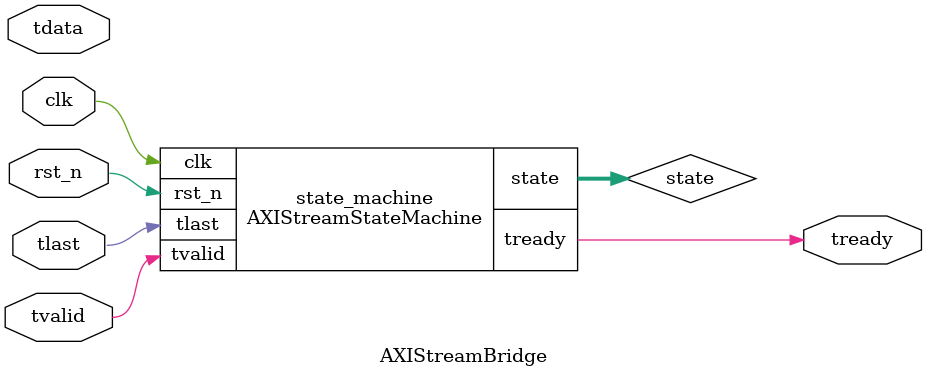
<source format=sv>
module AXIStreamStateMachine (
    input clk,
    input rst_n,
    input tvalid,
    input tlast,
    output reg tready,
    output reg [1:0] state
);

    // State encoding
    localparam IDLE = 2'b00;
    localparam VALID = 2'b01;

    always @(posedge clk) begin
        if (!rst_n) begin
            tready <= 0;
            state <= IDLE;
        end else begin
            case(state)
                IDLE: begin
                    if (tvalid) begin
                        tready <= 1;
                        state <= VALID;
                    end
                end
                VALID: begin
                    if (tlast) begin
                        tready <= 0;
                        state <= IDLE;
                    end
                end
            endcase
        end
    end

endmodule

// Top level module with structured data path
module AXIStreamBridge #(
    parameter TDATA_W = 32
)(
    input clk,
    input rst_n,
    input [TDATA_W-1:0] tdata,
    input tvalid,
    input tlast,
    output tready
);

    wire [1:0] state;

    // Instantiate state machine
    AXIStreamStateMachine state_machine (
        .clk(clk),
        .rst_n(rst_n),
        .tvalid(tvalid),
        .tlast(tlast),
        .tready(tready),
        .state(state)
    );

endmodule
</source>
